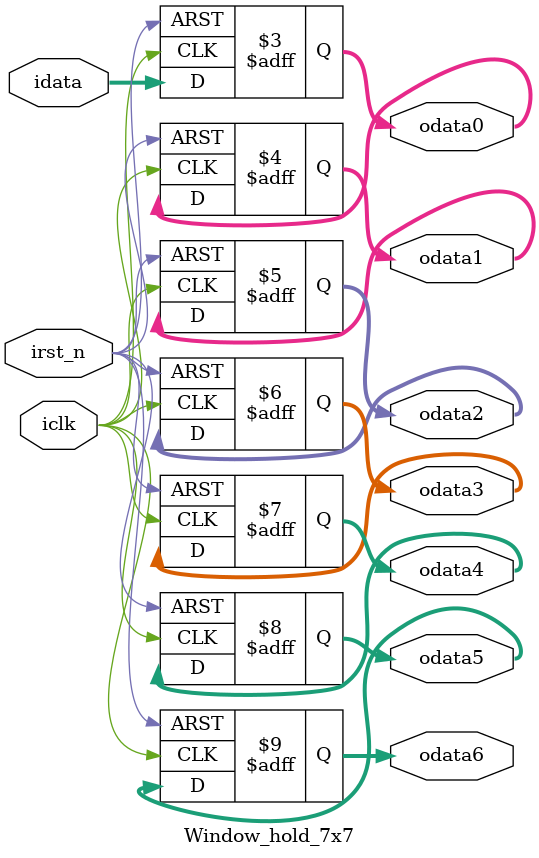
<source format=v>
`timescale 1 ps / 1 ps

module Window_hold_7x7 (
	input              			 iclk,
	input            			  	irst_n,
	input	     		[8:0]   	 idata,
	output	reg	  [8:0]   	 odata0,
	output	reg	  [8:0]   	 odata1,
	output	reg	  [8:0]  	  odata2,
	output	reg	  [8:0]  	  odata3,
	output	reg	  [8:0]  	  odata4,
	output	reg	  [8:0]  	  odata5,
	output	reg	  [8:0]  	  odata6
);

always@(posedge iclk or negedge irst_n) begin
	if (!irst_n) begin
		odata0 <= 0;
		odata1 <= 0;
		odata2 <= 0;
		odata3 <= 0;
		odata4 <= 0;
		odata5 <= 0;
		odata6 <= 0;
	end
	else begin
		odata0 <= idata;
		odata1 <= odata0;
		odata2 <= odata1;
	  odata3 <= odata2;
		odata4 <= odata3;
		odata5 <= odata4;
		odata6 <= odata5;
	end
end

endmodule 


</source>
